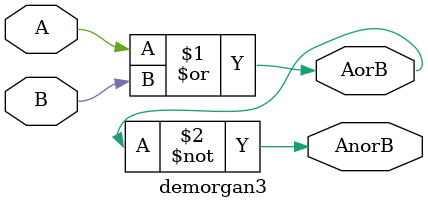
<source format=v>

module demorgan3
(
 input A,         // Single bit inputs
 input B,
 output AorB,      // Output intermediate completed inputs
 output AnorB     // Single bit output, ~(A+B)
);

   wire AorB;
   wire AnorB;
   or orgate(AorB, A, B);
   not AorBinv(AnorB, AorB);

endmodule


</source>
